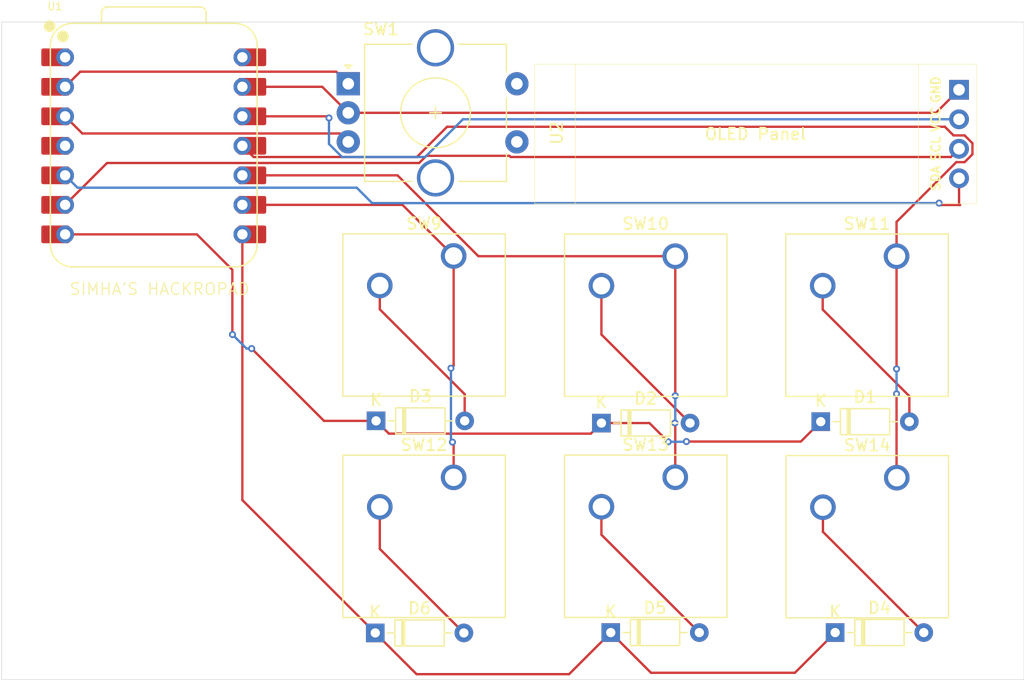
<source format=kicad_pcb>
(kicad_pcb (version 20241229) (generator "pcbnew") (generator_version "9.0")
  (layers (0 "F.Cu" signal) (2 "B.Cu" signal) (13 "F.Paste" user) (15 "B.Paste" user) (5 "F.SilkS" user "F.Silkscreen") (7 "B.SilkS" user "B.Silkscreen") (1 "F.Mask" user) (3 "B.Mask" user) (25 "Edge.Cuts" user))
  (net 0 "")
  (net 1 "ROW1")
  (net 2 "Net-(D1-A)")
  (net 3 "Net-(D2-A)")
  (net 4 "Net-(D3-A)")
  (net 5 "Net-(D4-A)")
  (net 6 "ROW2")
  (net 7 "Net-(D5-A)")
  (net 8 "Net-(D6-A)")
  (net 9 "GND")
  (net 10 "Net-(U1-GPIO28{slash}ADC2{slash}A2)")
  (net 11 "Net-(U1-GPIO27{slash}ADC1{slash}A1)")
  (net 13 "COL1")
  (net 14 "COL2")
  (net 15 "COL3")
  (net 16 "Net-(U1-GPIO6{slash}SDA)")
  (net 17 "+5V")
  (net 19 "Net-(U1-GPIO7{slash}SCL)")
  (net 20 "Net-(U1-3V3)")
  (footprint "Button_Switch_Keyboard:SW_Cherry_MX_1.00u_PCB" (layer "F.Cu") (at 209.93 87.44)
    (property "Reference" "SW11" (at -2.54 -2.794 0) (layer "F.SilkS"))
    (property "Value" "SW_Push_45deg")
    (fp_line (start -9.525 -1.905) (end 4.445 -1.905) (stroke (width 0.12)) (layer "F.SilkS"))
    (fp_line (start -9.525 12.065) (end -9.525 -1.905) (stroke (width 0.12)) (layer "F.SilkS"))
    (fp_line (start 4.445 -1.905) (end 4.445 12.065) (stroke (width 0.12)) (layer "F.SilkS"))
    (fp_line (start 4.445 12.065) (end -9.525 12.065) (stroke (width 0.12)) (layer "F.SilkS"))
    (pad "" np_thru_hole circle (at -7.62 5.08) (size 1.7 1.7) (drill 1.7) (layers "*.Cu" "*.Mask"))
    (pad "" np_thru_hole circle (at -2.54 5.08) (size 4 4) (drill 4) (layers "*.Cu" "*.Mask"))
    (pad "" np_thru_hole circle (at 2.54 5.08) (size 1.7 1.7) (drill 1.7) (layers "*.Cu" "*.Mask"))
    (pad "1" thru_hole circle (at 0 0) (size 2.2 2.2) (drill 1.5) (layers "*.Cu" "*.Mask") (net 15 "COL3"))
    (pad "2" thru_hole circle (at -6.35 2.54) (size 2.2 2.2) (drill 1.5) (layers "*.Cu" "*.Mask") (net 2 "Net-(D1-A)"))
  )
  (footprint "Diode_THT:D_DO-35_SOD27_P7.62mm_Horizontal" (layer "F.Cu") (at 165.17 101.61)
    (property "Reference" "D3" (at 3.81 -2.12 0) (layer "F.SilkS"))
    (property "Value" "1N4148")
    (fp_line (start 1.04 0) (end 1.69 0) (stroke (width 0.12)) (layer "F.SilkS"))
    (fp_line (start 1.69 -1.12) (end 1.69 1.12) (stroke (width 0.12)) (layer "F.SilkS"))
    (fp_line (start 1.69 1.12) (end 5.93 1.12) (stroke (width 0.12)) (layer "F.SilkS"))
    (fp_line (start 2.29 -1.12) (end 2.29 1.12) (stroke (width 0.12)) (layer "F.SilkS"))
    (fp_line (start 2.41 -1.12) (end 2.41 1.12) (stroke (width 0.12)) (layer "F.SilkS"))
    (fp_line (start 2.53 -1.12) (end 2.53 1.12) (stroke (width 0.12)) (layer "F.SilkS"))
    (fp_line (start 5.93 -1.12) (end 1.69 -1.12) (stroke (width 0.12)) (layer "F.SilkS"))
    (fp_line (start 5.93 1.12) (end 5.93 -1.12) (stroke (width 0.12)) (layer "F.SilkS"))
    (fp_line (start 6.58 0) (end 5.93 0) (stroke (width 0.12)) (layer "F.SilkS"))
    (fp_text user "K" (at 0 -1.8 0) (layer "F.SilkS"))
    (pad "1" thru_hole rect (at 0 0) (size 1.6 1.6) (drill 0.8) (layers "*.Cu" "*.Mask") (net 1 "ROW1"))
    (pad "2" thru_hole oval (at 7.62 0) (size 1.6 1.6) (drill 0.8) (layers "*.Cu" "*.Mask") (net 4 "Net-(D3-A)"))
  )
  (footprint "Diode_THT:D_DO-35_SOD27_P7.62mm_Horizontal" (layer "F.Cu") (at 165.1 119.86)
    (property "Reference" "D6" (at 3.81 -2.12 0) (layer "F.SilkS"))
    (property "Value" "1N4148")
    (fp_line (start 1.04 0) (end 1.69 0) (stroke (width 0.12)) (layer "F.SilkS"))
    (fp_line (start 1.69 -1.12) (end 1.69 1.12) (stroke (width 0.12)) (layer "F.SilkS"))
    (fp_line (start 1.69 1.12) (end 5.93 1.12) (stroke (width 0.12)) (layer "F.SilkS"))
    (fp_line (start 2.29 -1.12) (end 2.29 1.12) (stroke (width 0.12)) (layer "F.SilkS"))
    (fp_line (start 2.41 -1.12) (end 2.41 1.12) (stroke (width 0.12)) (layer "F.SilkS"))
    (fp_line (start 2.53 -1.12) (end 2.53 1.12) (stroke (width 0.12)) (layer "F.SilkS"))
    (fp_line (start 5.93 -1.12) (end 1.69 -1.12) (stroke (width 0.12)) (layer "F.SilkS"))
    (fp_line (start 5.93 1.12) (end 5.93 -1.12) (stroke (width 0.12)) (layer "F.SilkS"))
    (fp_line (start 6.58 0) (end 5.93 0) (stroke (width 0.12)) (layer "F.SilkS"))
    (fp_text user "K" (at 0 -1.8 0) (layer "F.SilkS"))
    (pad "1" thru_hole rect (at 0 0) (size 1.6 1.6) (drill 0.8) (layers "*.Cu" "*.Mask") (net 6 "ROW2"))
    (pad "2" thru_hole oval (at 7.62 0) (size 1.6 1.6) (drill 0.8) (layers "*.Cu" "*.Mask") (net 8 "Net-(D6-A)"))
  )
  (footprint "Diode_THT:D_DO-35_SOD27_P7.62mm_Horizontal" (layer "F.Cu") (at 184.55 101.8)
    (property "Reference" "D2" (at 3.81 -2.12 0) (layer "F.SilkS"))
    (property "Value" "1N4148")
    (fp_line (start 1.04 0) (end 1.69 0) (stroke (width 0.12)) (layer "F.SilkS"))
    (fp_line (start 1.69 -1.12) (end 1.69 1.12) (stroke (width 0.12)) (layer "F.SilkS"))
    (fp_line (start 1.69 1.12) (end 5.93 1.12) (stroke (width 0.12)) (layer "F.SilkS"))
    (fp_line (start 2.29 -1.12) (end 2.29 1.12) (stroke (width 0.12)) (layer "F.SilkS"))
    (fp_line (start 2.41 -1.12) (end 2.41 1.12) (stroke (width 0.12)) (layer "F.SilkS"))
    (fp_line (start 2.53 -1.12) (end 2.53 1.12) (stroke (width 0.12)) (layer "F.SilkS"))
    (fp_line (start 5.93 -1.12) (end 1.69 -1.12) (stroke (width 0.12)) (layer "F.SilkS"))
    (fp_line (start 5.93 1.12) (end 5.93 -1.12) (stroke (width 0.12)) (layer "F.SilkS"))
    (fp_line (start 6.58 0) (end 5.93 0) (stroke (width 0.12)) (layer "F.SilkS"))
    (fp_text user "K" (at 0 -1.8 0) (layer "F.SilkS"))
    (pad "1" thru_hole rect (at 0 0) (size 1.6 1.6) (drill 0.8) (layers "*.Cu" "*.Mask") (net 1 "ROW1"))
    (pad "2" thru_hole oval (at 7.62 0) (size 1.6 1.6) (drill 0.8) (layers "*.Cu" "*.Mask") (net 3 "Net-(D2-A)"))
  )
  (footprint "Seeed Studio XIAO Series Library:XIAO-RP2040-DIP" (layer "F.Cu") (at 146.05 77.94)
    (property "Reference" "U1" (at -8.5 -12 0) (layer "F.SilkS") (effects (font (size 0.635 0.635) (thickness 0.1016))))
    (property "Value" "XIAO-RP2040-DIP")
    (fp_line (start -8.89 8.509) (end -8.89 -8.636) (stroke (width 0.127)) (layer "F.SilkS"))
    (fp_line (start -6.985 10.414) (end 6.985 10.414) (stroke (width 0.127)) (layer "F.SilkS"))
    (fp_line (start -4.495 -10.541) (end -4.491272 -11.451272) (stroke (width 0.127)) (layer "F.SilkS"))
    (fp_line (start -3.991272 -11.951) (end 4.004 -11.951) (stroke (width 0.127)) (layer "F.SilkS"))
    (fp_line (start 4.504 -11.451) (end 4.504 -10.541) (stroke (width 0.127)) (layer "F.SilkS"))
    (fp_line (start 6.985 -10.541) (end -6.985 -10.541) (stroke (width 0.1)) (layer "F.SilkS"))
    (fp_line (start 6.985 -10.541) (end -6.985 -10.541) (stroke (width 0.127)) (layer "F.SilkS"))
    (fp_line (start 8.89 8.509) (end 8.89 -8.636) (stroke (width 0.127)) (layer "F.SilkS"))
    (fp_arc (start -8.89 -8.636) (mid -8.332038 -9.983038) (end -6.985 -10.541) (stroke (width 0.127)) (layer "F.SilkS"))
    (fp_arc (start -6.985 10.414) (mid -8.332038 9.856038) (end -8.89 8.509) (stroke (width 0.127)) (layer "F.SilkS"))
    (fp_arc (start -4.491272 -11.451272) (mid -4.344728 -11.80464) (end -3.991272 -11.951) (stroke (width 0.127)) (layer "F.SilkS"))
    (fp_arc (start 4.004 -11.951) (mid 4.357553 -11.804553) (end 4.504 -11.451) (stroke (width 0.127)) (layer "F.SilkS"))
    (fp_arc (start 6.985 -10.541) (mid 8.332038 -9.983038) (end 8.89 -8.636) (stroke (width 0.127)) (layer "F.SilkS"))
    (fp_arc (start 8.89 8.509) (mid 8.332038 9.856038) (end 6.985 10.414) (stroke (width 0.127)) (layer "F.SilkS"))
    (fp_circle (center -8.95 -10.3) (end -8.95 -10.554) (stroke (width 0.5)) (fill yes) (layer "F.SilkS"))
    (fp_circle (center -7.807 -9.42) (end -7.807 -9.674) (stroke (width 0.5)) (fill yes) (layer "F.SilkS"))
    (pad "1" smd roundrect (at -8.455 -7.62 180) (size 2.432 1.524) (layers "F.Cu" "F.Mask") (roundrect_rratio 0.1))
    (pad "1" thru_hole circle (at -7.62 -7.62 180) (size 1.524 1.524) (drill 0.889) (layers "*.Cu" "*.Mask"))
    (pad "2" smd roundrect (at -8.455 -5.08 180) (size 2.432 1.524) (layers "F.Cu" "F.Mask") (roundrect_rratio 0.1) (net 11 "Net-(U1-GPIO27{slash}ADC1{slash}A1)"))
    (pad "2" thru_hole circle (at -7.62 -5.08 180) (size 1.524 1.524) (drill 0.889) (layers "*.Cu" "*.Mask") (net 11 "Net-(U1-GPIO27{slash}ADC1{slash}A1)"))
    (pad "3" smd roundrect (at -8.455 -2.54 180) (size 2.432 1.524) (layers "F.Cu" "F.Mask") (roundrect_rratio 0.1) (net 10 "Net-(U1-GPIO28{slash}ADC2{slash}A2)"))
    (pad "3" thru_hole circle (at -7.62 -2.54 180) (size 1.524 1.524) (drill 0.889) (layers "*.Cu" "*.Mask") (net 10 "Net-(U1-GPIO28{slash}ADC2{slash}A2)"))
    (pad "4" smd roundrect (at -8.455 0 180) (size 2.432 1.524) (layers "F.Cu" "F.Mask") (roundrect_rratio 0.1))
    (pad "4" thru_hole circle (at -7.62 0 180) (size 1.524 1.524) (drill 0.889) (layers "*.Cu" "*.Mask"))
    (pad "5" smd roundrect (at -8.455 2.54 180) (size 2.432 1.524) (layers "F.Cu" "F.Mask") (roundrect_rratio 0.1) (net 16 "Net-(U1-GPIO6{slash}SDA)"))
    (pad "5" thru_hole circle (at -7.62 2.54 180) (size 1.524 1.524) (drill 0.889) (layers "*.Cu" "*.Mask") (net 16 "Net-(U1-GPIO6{slash}SDA)"))
    (pad "6" smd roundrect (at -8.455 5.08 180) (size 2.432 1.524) (layers "F.Cu" "F.Mask") (roundrect_rratio 0.1) (net 19 "Net-(U1-GPIO7{slash}SCL)"))
    (pad "6" thru_hole circle (at -7.62 5.08 180) (size 1.524 1.524) (drill 0.889) (layers "*.Cu" "*.Mask") (net 19 "Net-(U1-GPIO7{slash}SCL)"))
    (pad "7" smd roundrect (at -8.455 7.62 180) (size 2.432 1.524) (layers "F.Cu" "F.Mask") (roundrect_rratio 0.1) (net 1 "ROW1"))
    (pad "7" thru_hole circle (at -7.62 7.62 180) (size 1.524 1.524) (drill 0.889) (layers "*.Cu" "*.Mask") (net 1 "ROW1"))
    (pad "8" thru_hole circle (at 7.62 7.62) (size 1.524 1.524) (drill 0.889) (layers "*.Cu" "*.Mask") (net 6 "ROW2"))
    (pad "8" smd roundrect (at 8.455 7.62) (size 2.432 1.524) (layers "F.Cu" "F.Mask") (roundrect_rratio 0.1) (net 6 "ROW2"))
    (pad "9" thru_hole circle (at 7.62 5.08) (size 1.524 1.524) (drill 0.889) (layers "*.Cu" "*.Mask") (net 13 "COL1"))
    (pad "9" smd roundrect (at 8.455 5.08) (size 2.432 1.524) (layers "F.Cu" "F.Mask") (roundrect_rratio 0.1) (net 13 "COL1"))
    (pad "10" thru_hole circle (at 7.62 2.54) (size 1.524 1.524) (drill 0.889) (layers "*.Cu" "*.Mask") (net 14 "COL2"))
    (pad "10" smd roundrect (at 8.455 2.54) (size 2.432 1.524) (layers "F.Cu" "F.Mask") (roundrect_rratio 0.1) (net 14 "COL2"))
    (pad "11" thru_hole circle (at 7.62 0) (size 1.524 1.524) (drill 0.889) (layers "*.Cu" "*.Mask") (net 15 "COL3"))
    (pad "11" smd roundrect (at 8.455 0) (size 2.432 1.524) (layers "F.Cu" "F.Mask") (roundrect_rratio 0.1) (net 15 "COL3"))
    (pad "12" thru_hole circle (at 7.62 -2.54) (size 1.524 1.524) (drill 0.889) (layers "*.Cu" "*.Mask") (net 20 "Net-(U1-3V3)"))
    (pad "12" smd roundrect (at 8.455 -2.54) (size 2.432 1.524) (layers "F.Cu" "F.Mask") (roundrect_rratio 0.1) (net 20 "Net-(U1-3V3)"))
    (pad "13" thru_hole circle (at 7.62 -5.08) (size 1.524 1.524) (drill 0.889) (layers "*.Cu" "*.Mask") (net 9 "GND"))
    (pad "13" smd roundrect (at 8.455 -5.08) (size 2.432 1.524) (layers "F.Cu" "F.Mask") (roundrect_rratio 0.1) (net 9 "GND"))
    (pad "14" thru_hole circle (at 7.62 -7.62) (size 1.524 1.524) (drill 0.889) (layers "*.Cu" "*.Mask") (net 17 "+5V"))
    (pad "14" smd roundrect (at 8.455 -7.62) (size 2.432 1.524) (layers "F.Cu" "F.Mask") (roundrect_rratio 0.1) (net 17 "+5V"))
  )
  (footprint "Button_Switch_Keyboard:SW_Cherry_MX_1.00u_PCB" (layer "F.Cu") (at 190.9 106.46)
    (property "Reference" "SW13" (at -2.54 -2.794 0) (layer "F.SilkS"))
    (property "Value" "SW_Push_45deg")
    (fp_line (start -9.525 -1.905) (end 4.445 -1.905) (stroke (width 0.12)) (layer "F.SilkS"))
    (fp_line (start -9.525 12.065) (end -9.525 -1.905) (stroke (width 0.12)) (layer "F.SilkS"))
    (fp_line (start 4.445 -1.905) (end 4.445 12.065) (stroke (width 0.12)) (layer "F.SilkS"))
    (fp_line (start 4.445 12.065) (end -9.525 12.065) (stroke (width 0.12)) (layer "F.SilkS"))
    (pad "" np_thru_hole circle (at -7.62 5.08) (size 1.7 1.7) (drill 1.7) (layers "*.Cu" "*.Mask"))
    (pad "" np_thru_hole circle (at -2.54 5.08) (size 4 4) (drill 4) (layers "*.Cu" "*.Mask"))
    (pad "" np_thru_hole circle (at 2.54 5.08) (size 1.7 1.7) (drill 1.7) (layers "*.Cu" "*.Mask"))
    (pad "1" thru_hole circle (at 0 0) (size 2.2 2.2) (drill 1.5) (layers "*.Cu" "*.Mask") (net 14 "COL2"))
    (pad "2" thru_hole circle (at -6.35 2.54) (size 2.2 2.2) (drill 1.5) (layers "*.Cu" "*.Mask") (net 7 "Net-(D5-A)"))
  )
  (footprint "Button_Switch_Keyboard:SW_Cherry_MX_1.00u_PCB" (layer "F.Cu") (at 171.84 106.47)
    (property "Reference" "SW12" (at -2.54 -2.794 0) (layer "F.SilkS"))
    (property "Value" "SW_Push_45deg")
    (fp_line (start -9.525 -1.905) (end 4.445 -1.905) (stroke (width 0.12)) (layer "F.SilkS"))
    (fp_line (start -9.525 12.065) (end -9.525 -1.905) (stroke (width 0.12)) (layer "F.SilkS"))
    (fp_line (start 4.445 -1.905) (end 4.445 12.065) (stroke (width 0.12)) (layer "F.SilkS"))
    (fp_line (start 4.445 12.065) (end -9.525 12.065) (stroke (width 0.12)) (layer "F.SilkS"))
    (pad "" np_thru_hole circle (at -7.62 5.08) (size 1.7 1.7) (drill 1.7) (layers "*.Cu" "*.Mask"))
    (pad "" np_thru_hole circle (at -2.54 5.08) (size 4 4) (drill 4) (layers "*.Cu" "*.Mask"))
    (pad "" np_thru_hole circle (at 2.54 5.08) (size 1.7 1.7) (drill 1.7) (layers "*.Cu" "*.Mask"))
    (pad "1" thru_hole circle (at 0 0) (size 2.2 2.2) (drill 1.5) (layers "*.Cu" "*.Mask") (net 13 "COL1"))
    (pad "2" thru_hole circle (at -6.35 2.54) (size 2.2 2.2) (drill 1.5) (layers "*.Cu" "*.Mask") (net 8 "Net-(D6-A)"))
  )
  (footprint "Button_Switch_Keyboard:SW_Cherry_MX_1.00u_PCB" (layer "F.Cu") (at 209.95 106.5)
    (property "Reference" "SW14" (at -2.54 -2.794 0) (layer "F.SilkS"))
    (property "Value" "SW_Push_45deg")
    (fp_line (start -9.525 -1.905) (end 4.445 -1.905) (stroke (width 0.12)) (layer "F.SilkS"))
    (fp_line (start -9.525 12.065) (end -9.525 -1.905) (stroke (width 0.12)) (layer "F.SilkS"))
    (fp_line (start 4.445 -1.905) (end 4.445 12.065) (stroke (width 0.12)) (layer "F.SilkS"))
    (fp_line (start 4.445 12.065) (end -9.525 12.065) (stroke (width 0.12)) (layer "F.SilkS"))
    (pad "" np_thru_hole circle (at -7.62 5.08) (size 1.7 1.7) (drill 1.7) (layers "*.Cu" "*.Mask"))
    (pad "" np_thru_hole circle (at -2.54 5.08) (size 4 4) (drill 4) (layers "*.Cu" "*.Mask"))
    (pad "" np_thru_hole circle (at 2.54 5.08) (size 1.7 1.7) (drill 1.7) (layers "*.Cu" "*.Mask"))
    (pad "1" thru_hole circle (at 0 0) (size 2.2 2.2) (drill 1.5) (layers "*.Cu" "*.Mask") (net 15 "COL3"))
    (pad "2" thru_hole circle (at -6.35 2.54) (size 2.2 2.2) (drill 1.5) (layers "*.Cu" "*.Mask") (net 5 "Net-(D4-A)"))
  )
  (footprint "KiCad-SSD1306-0.91-OLED-4pin-128x32:SSD1306-0.91-OLED-4pin-128x32" (layer "F.Cu") (at 178.805 70.925)
    (property "Reference" "U2" (at 1.9 5.91 90) (layer "F.SilkS"))
    (property "Value" "~")
    (fp_line (start 0 0) (end 0 12) (stroke (width 0.04)) (layer "F.SilkS"))
    (fp_line (start 0 12) (end 38 12) (stroke (width 0.04)) (layer "F.SilkS"))
    (fp_line (start 3.5 0) (end 3.5 12) (stroke (width 0.04)) (layer "F.SilkS"))
    (fp_line (start 33 0) (end 33 12) (stroke (width 0.04)) (layer "F.SilkS"))
    (fp_line (start 38 0) (end 0 0) (stroke (width 0.04)) (layer "F.SilkS"))
    (fp_line (start 38 12) (end 38 0) (stroke (width 0.04)) (layer "F.SilkS"))
    (fp_text user "VCC" (at 34.5 4.73 270) (layer "F.SilkS") (effects (font (size 0.75 0.75))))
    (fp_text user "SCL" (at 34.5 7.27 270) (layer "F.SilkS") (effects (font (size 0.75 0.75))))
    (fp_text user "GND" (at 34.5 2.19 270) (layer "F.SilkS") (effects (font (size 0.75 0.75))))
    (fp_text user "OLED Panel" (at 19 6 0) (layer "F.SilkS"))
    (fp_text user "SDA" (at 34.5 9.81 270) (layer "F.SilkS") (effects (font (size 0.75 0.75))))
    (pad "1" thru_hole rect (at 36.5 2.19) (size 1.7 1.7) (drill 1) (layers "*.Cu" "*.Mask") (net 9 "GND"))
    (pad "2" thru_hole oval (at 36.5 4.73) (size 1.7 1.7) (drill 1) (layers "*.Cu" "*.Mask") (net 20 "Net-(U1-3V3)"))
    (pad "3" thru_hole oval (at 36.5 7.27) (size 1.7 1.7) (drill 1) (layers "*.Cu" "*.Mask") (net 19 "Net-(U1-GPIO7{slash}SCL)"))
    (pad "4" thru_hole oval (at 36.5 9.81) (size 1.7 1.7) (drill 1) (layers "*.Cu" "*.Mask") (net 16 "Net-(U1-GPIO6{slash}SDA)"))
  )
  (footprint "Diode_THT:D_DO-35_SOD27_P7.62mm_Horizontal" (layer "F.Cu") (at 204.65 119.83)
    (property "Reference" "D4" (at 3.81 -2.12 0) (layer "F.SilkS"))
    (property "Value" "1N4148")
    (fp_line (start 1.04 0) (end 1.69 0) (stroke (width 0.12)) (layer "F.SilkS"))
    (fp_line (start 1.69 -1.12) (end 1.69 1.12) (stroke (width 0.12)) (layer "F.SilkS"))
    (fp_line (start 1.69 1.12) (end 5.93 1.12) (stroke (width 0.12)) (layer "F.SilkS"))
    (fp_line (start 2.29 -1.12) (end 2.29 1.12) (stroke (width 0.12)) (layer "F.SilkS"))
    (fp_line (start 2.41 -1.12) (end 2.41 1.12) (stroke (width 0.12)) (layer "F.SilkS"))
    (fp_line (start 2.53 -1.12) (end 2.53 1.12) (stroke (width 0.12)) (layer "F.SilkS"))
    (fp_line (start 5.93 -1.12) (end 1.69 -1.12) (stroke (width 0.12)) (layer "F.SilkS"))
    (fp_line (start 5.93 1.12) (end 5.93 -1.12) (stroke (width 0.12)) (layer "F.SilkS"))
    (fp_line (start 6.58 0) (end 5.93 0) (stroke (width 0.12)) (layer "F.SilkS"))
    (fp_text user "K" (at 0 -1.8 0) (layer "F.SilkS"))
    (pad "1" thru_hole rect (at 0 0) (size 1.6 1.6) (drill 0.8) (layers "*.Cu" "*.Mask") (net 6 "ROW2"))
    (pad "2" thru_hole oval (at 7.62 0) (size 1.6 1.6) (drill 0.8) (layers "*.Cu" "*.Mask") (net 5 "Net-(D4-A)"))
  )
  (footprint "Rotary_Encoder:RotaryEncoder_Alps_EC11E-Switch_Vertical_H20mm_CircularMountingHoles" (layer "F.Cu") (at 162.78 72.6)
    (property "Reference" "SW1" (at 2.8 -4.7 0) (layer "F.SilkS"))
    (property "Value" "RotaryEncoder")
    (fp_line (start -0.3 -1.6) (end 0.3 -1.6) (stroke (width 0.12)) (layer "F.SilkS"))
    (fp_line (start 0 -1.3) (end -0.3 -1.6) (stroke (width 0.12)) (layer "F.SilkS"))
    (fp_line (start 0.3 -1.6) (end 0 -1.3) (stroke (width 0.12)) (layer "F.SilkS"))
    (fp_line (start 1.4 -3.4) (end 1.4 8.4) (stroke (width 0.12)) (layer "F.SilkS"))
    (fp_line (start 5.5 -3.4) (end 1.4 -3.4) (stroke (width 0.12)) (layer "F.SilkS"))
    (fp_line (start 5.5 8.4) (end 1.4 8.4) (stroke (width 0.12)) (layer "F.SilkS"))
    (fp_line (start 7 2.5) (end 8 2.5) (stroke (width 0.12)) (layer "F.SilkS"))
    (fp_line (start 7.5 2) (end 7.5 3) (stroke (width 0.12)) (layer "F.SilkS"))
    (fp_line (start 9.5 -3.4) (end 13.6 -3.4) (stroke (width 0.12)) (layer "F.SilkS"))
    (fp_line (start 13.6 -3.4) (end 13.6 -1) (stroke (width 0.12)) (layer "F.SilkS"))
    (fp_line (start 13.6 1.2) (end 13.6 3.8) (stroke (width 0.12)) (layer "F.SilkS"))
    (fp_line (start 13.6 6) (end 13.6 8.4) (stroke (width 0.12)) (layer "F.SilkS"))
    (fp_line (start 13.6 8.4) (end 9.5 8.4) (stroke (width 0.12)) (layer "F.SilkS"))
    (fp_circle (center 7.5 2.5) (end 10.5 2.5) (stroke (width 0.12)) (fill no) (layer "F.SilkS"))
    (pad "A" thru_hole rect (at 0 0) (size 2 2) (drill 1) (layers "*.Cu" "*.Mask") (net 11 "Net-(U1-GPIO27{slash}ADC1{slash}A1)"))
    (pad "B" thru_hole circle (at 0 5) (size 2 2) (drill 1) (layers "*.Cu" "*.Mask") (net 10 "Net-(U1-GPIO28{slash}ADC2{slash}A2)"))
    (pad "C" thru_hole circle (at 0 2.5) (size 2 2) (drill 1) (layers "*.Cu" "*.Mask") (net 9 "GND"))
    (pad "MP" thru_hole circle (at 7.5 -3.1) (size 3.2 3.2) (drill 2.6) (layers "*.Cu" "*.Mask"))
    (pad "MP" thru_hole circle (at 7.5 8.1) (size 3.2 3.2) (drill 2.6) (layers "*.Cu" "*.Mask"))
    (pad "S1" thru_hole circle (at 14.5 5) (size 2 2) (drill 1) (layers "*.Cu" "*.Mask"))
    (pad "S2" thru_hole circle (at 14.5 0) (size 2 2) (drill 1) (layers "*.Cu" "*.Mask"))
  )
  (footprint "Diode_THT:D_DO-35_SOD27_P7.62mm_Horizontal" (layer "F.Cu") (at 185.35 119.83)
    (property "Reference" "D5" (at 3.81 -2.12 0) (layer "F.SilkS"))
    (property "Value" "1N4148")
    (fp_line (start 1.04 0) (end 1.69 0) (stroke (width 0.12)) (layer "F.SilkS"))
    (fp_line (start 1.69 -1.12) (end 1.69 1.12) (stroke (width 0.12)) (layer "F.SilkS"))
    (fp_line (start 1.69 1.12) (end 5.93 1.12) (stroke (width 0.12)) (layer "F.SilkS"))
    (fp_line (start 2.29 -1.12) (end 2.29 1.12) (stroke (width 0.12)) (layer "F.SilkS"))
    (fp_line (start 2.41 -1.12) (end 2.41 1.12) (stroke (width 0.12)) (layer "F.SilkS"))
    (fp_line (start 2.53 -1.12) (end 2.53 1.12) (stroke (width 0.12)) (layer "F.SilkS"))
    (fp_line (start 5.93 -1.12) (end 1.69 -1.12) (stroke (width 0.12)) (layer "F.SilkS"))
    (fp_line (start 5.93 1.12) (end 5.93 -1.12) (stroke (width 0.12)) (layer "F.SilkS"))
    (fp_line (start 6.58 0) (end 5.93 0) (stroke (width 0.12)) (layer "F.SilkS"))
    (fp_text user "K" (at 0 -1.8 0) (layer "F.SilkS"))
    (pad "1" thru_hole rect (at 0 0) (size 1.6 1.6) (drill 0.8) (layers "*.Cu" "*.Mask") (net 6 "ROW2"))
    (pad "2" thru_hole oval (at 7.62 0) (size 1.6 1.6) (drill 0.8) (layers "*.Cu" "*.Mask") (net 7 "Net-(D5-A)"))
  )
  (footprint "Button_Switch_Keyboard:SW_Cherry_MX_1.00u_PCB" (layer "F.Cu") (at 190.9 87.44)
    (property "Reference" "SW10" (at -2.54 -2.794 0) (layer "F.SilkS"))
    (property "Value" "SW_Push_45deg")
    (fp_line (start -9.525 -1.905) (end 4.445 -1.905) (stroke (width 0.12)) (layer "F.SilkS"))
    (fp_line (start -9.525 12.065) (end -9.525 -1.905) (stroke (width 0.12)) (layer "F.SilkS"))
    (fp_line (start 4.445 -1.905) (end 4.445 12.065) (stroke (width 0.12)) (layer "F.SilkS"))
    (fp_line (start 4.445 12.065) (end -9.525 12.065) (stroke (width 0.12)) (layer "F.SilkS"))
    (pad "" np_thru_hole circle (at -7.62 5.08) (size 1.7 1.7) (drill 1.7) (layers "*.Cu" "*.Mask"))
    (pad "" np_thru_hole circle (at -2.54 5.08) (size 4 4) (drill 4) (layers "*.Cu" "*.Mask"))
    (pad "" np_thru_hole circle (at 2.54 5.08) (size 1.7 1.7) (drill 1.7) (layers "*.Cu" "*.Mask"))
    (pad "1" thru_hole circle (at 0 0) (size 2.2 2.2) (drill 1.5) (layers "*.Cu" "*.Mask") (net 14 "COL2"))
    (pad "2" thru_hole circle (at -6.35 2.54) (size 2.2 2.2) (drill 1.5) (layers "*.Cu" "*.Mask") (net 3 "Net-(D2-A)"))
  )
  (footprint "Diode_THT:D_DO-35_SOD27_P7.62mm_Horizontal" (layer "F.Cu") (at 203.41 101.68)
    (property "Reference" "D1" (at 3.81 -2.12 0) (layer "F.SilkS"))
    (property "Value" "1N4148")
    (fp_line (start 1.04 0) (end 1.69 0) (stroke (width 0.12)) (layer "F.SilkS"))
    (fp_line (start 1.69 -1.12) (end 1.69 1.12) (stroke (width 0.12)) (layer "F.SilkS"))
    (fp_line (start 1.69 1.12) (end 5.93 1.12) (stroke (width 0.12)) (layer "F.SilkS"))
    (fp_line (start 2.29 -1.12) (end 2.29 1.12) (stroke (width 0.12)) (layer "F.SilkS"))
    (fp_line (start 2.41 -1.12) (end 2.41 1.12) (stroke (width 0.12)) (layer "F.SilkS"))
    (fp_line (start 2.53 -1.12) (end 2.53 1.12) (stroke (width 0.12)) (layer "F.SilkS"))
    (fp_line (start 5.93 -1.12) (end 1.69 -1.12) (stroke (width 0.12)) (layer "F.SilkS"))
    (fp_line (start 5.93 1.12) (end 5.93 -1.12) (stroke (width 0.12)) (layer "F.SilkS"))
    (fp_line (start 6.58 0) (end 5.93 0) (stroke (width 0.12)) (layer "F.SilkS"))
    (fp_text user "K" (at 0 -1.8 0) (layer "F.SilkS"))
    (pad "1" thru_hole rect (at 0 0) (size 1.6 1.6) (drill 0.8) (layers "*.Cu" "*.Mask") (net 1 "ROW1"))
    (pad "2" thru_hole oval (at 7.62 0) (size 1.6 1.6) (drill 0.8) (layers "*.Cu" "*.Mask") (net 2 "Net-(D1-A)"))
  )
  (footprint "Button_Switch_Keyboard:SW_Cherry_MX_1.00u_PCB" (layer "F.Cu") (at 171.84 87.42)
    (property "Reference" "SW9" (at -2.54 -2.794 0) (layer "F.SilkS"))
    (property "Value" "SW_Push_45deg")
    (fp_line (start -9.525 -1.905) (end 4.445 -1.905) (stroke (width 0.12)) (layer "F.SilkS"))
    (fp_line (start -9.525 12.065) (end -9.525 -1.905) (stroke (width 0.12)) (layer "F.SilkS"))
    (fp_line (start 4.445 -1.905) (end 4.445 12.065) (stroke (width 0.12)) (layer "F.SilkS"))
    (fp_line (start 4.445 12.065) (end -9.525 12.065) (stroke (width 0.12)) (layer "F.SilkS"))
    (pad "" np_thru_hole circle (at -7.62 5.08) (size 1.7 1.7) (drill 1.7) (layers "*.Cu" "*.Mask"))
    (pad "" np_thru_hole circle (at -2.54 5.08) (size 4 4) (drill 4) (layers "*.Cu" "*.Mask"))
    (pad "" np_thru_hole circle (at 2.54 5.08) (size 1.7 1.7) (drill 1.7) (layers "*.Cu" "*.Mask"))
    (pad "1" thru_hole circle (at 0 0) (size 2.2 2.2) (drill 1.5) (layers "*.Cu" "*.Mask") (net 13 "COL1"))
    (pad "2" thru_hole circle (at -6.35 2.54) (size 2.2 2.2) (drill 1.5) (layers "*.Cu" "*.Mask") (net 4 "Net-(D3-A)"))
  )
  (gr_rect (start 132.97 67.29) (end 220.89 123.89) (stroke (width 0.05)) (fill no) (layer "Edge.Cuts"))
  (gr_text "SIMHA'S HACKROPAD" (at 138.75 90.85 0) (layer "F.SilkS") (effects (font (size 1 1) (thickness 0.1)) (justify left bottom)))
  (segment (start 165.17 101.61) (end 166.271 102.711) (width 0.2) (layer "F.Cu") (net 1))
  (segment (start 183.639 102.711) (end 184.55 101.8) (width 0.2) (layer "F.Cu") (net 1))
  (segment (start 160.69 101.61) (end 165.17 101.61) (width 0.2) (layer "F.Cu") (net 1))
  (segment (start 191.86 103.39) (end 201.7 103.39) (width 0.2) (layer "F.Cu") (net 1))
  (segment (start 188.68 101.8) (end 190.29 103.41) (width 0.2) (layer "F.Cu") (net 1))
  (segment (start 149.759626 85.56) (end 152.81 88.610374) (width 0.2) (layer "F.Cu") (net 1))
  (segment (start 201.7 103.39) (end 203.41 101.68) (width 0.2) (layer "F.Cu") (net 1))
  (segment (start 184.55 101.8) (end 188.68 101.8) (width 0.2) (layer "F.Cu") (net 1))
  (segment (start 166.271 102.711) (end 183.639 102.711) (width 0.2) (layer "F.Cu") (net 1))
  (segment (start 152.81 88.610374) (end 152.81 94.19) (width 0.2) (layer "F.Cu") (net 1))
  (segment (start 154.47 95.39) (end 160.69 101.61) (width 0.2) (layer "F.Cu") (net 1))
  (segment (start 138.43 85.56) (end 149.759626 85.56) (width 0.2) (layer "F.Cu") (net 1))
  (segment (start 152.81 94.19) (end 152.82 94.18) (width 0.2) (layer "F.Cu") (net 1))
  (via (at 190.29 103.41) (size 0.6) (drill 0.3) (layers "F.Cu" "B.Cu") (net 1))
  (via (at 191.86 103.39) (size 0.6) (drill 0.3) (layers "F.Cu" "B.Cu") (net 1))
  (via (at 152.82 94.18) (size 0.6) (drill 0.3) (layers "F.Cu" "B.Cu") (net 1))
  (via (at 154.47 95.39) (size 0.6) (drill 0.3) (layers "F.Cu" "B.Cu") (net 1))
  (segment (start 152.82 94.18) (end 154.03 95.39) (width 0.2) (layer "B.Cu") (net 1))
  (segment (start 191.84 103.41) (end 191.86 103.39) (width 0.2) (layer "B.Cu") (net 1))
  (segment (start 190.29 103.41) (end 191.84 103.41) (width 0.2) (layer "B.Cu") (net 1))
  (segment (start 154.03 95.39) (end 154.47 95.39) (width 0.2) (layer "B.Cu") (net 1))
  (segment (start 203.58 92.034816) (end 211.03 99.484816) (width 0.2) (layer "F.Cu") (net 2))
  (segment (start 211.03 99.484816) (end 211.03 101.68) (width 0.2) (layer "F.Cu") (net 2))
  (segment (start 203.58 89.98) (end 203.58 92.034816) (width 0.2) (layer "F.Cu") (net 2))
  (segment (start 184.55 94.18) (end 192.17 101.8) (width 0.2) (layer "F.Cu") (net 3))
  (segment (start 184.55 89.98) (end 184.55 94.18) (width 0.2) (layer "F.Cu") (net 3))
  (segment (start 172.79 99.314816) (end 172.79 101.61) (width 0.2) (layer "F.Cu") (net 4))
  (segment (start 165.49 89.96) (end 165.49 92.014816) (width 0.2) (layer "F.Cu") (net 4))
  (segment (start 165.49 92.014816) (end 172.79 99.314816) (width 0.2) (layer "F.Cu") (net 4))
  (segment (start 203.6 109.04) (end 203.6 111.16) (width 0.2) (layer "F.Cu") (net 5))
  (segment (start 203.6 111.16) (end 212.27 119.83) (width 0.2) (layer "F.Cu") (net 5))
  (segment (start 188.81 123.29) (end 201.19 123.29) (width 0.2) (layer "F.Cu") (net 6))
  (segment (start 201.19 123.29) (end 204.65 119.83) (width 0.2) (layer "F.Cu") (net 6))
  (segment (start 168.65 123.41) (end 181.77 123.41) (width 0.2) (layer "F.Cu") (net 6))
  (segment (start 153.67 108.43) (end 153.67 85.56) (width 0.2) (layer "F.Cu") (net 6))
  (segment (start 181.77 123.41) (end 185.35 119.83) (width 0.2) (layer "F.Cu") (net 6))
  (segment (start 165.1 119.86) (end 153.67 108.43) (width 0.2) (layer "F.Cu") (net 6))
  (segment (start 185.35 119.83) (end 188.81 123.29) (width 0.2) (layer "F.Cu") (net 6))
  (segment (start 165.1 119.86) (end 168.65 123.41) (width 0.2) (layer "F.Cu") (net 6))
  (segment (start 184.55 109) (end 184.55 111.41) (width 0.2) (layer "F.Cu") (net 7))
  (segment (start 184.55 111.41) (end 192.97 119.83) (width 0.2) (layer "F.Cu") (net 7))
  (segment (start 165.49 112.63) (end 165.49 109.01) (width 0.2) (layer "F.Cu") (net 8))
  (segment (start 172.72 119.86) (end 165.49 112.63) (width 0.2) (layer "F.Cu") (net 8))
  (segment (start 162.78 75.1) (end 213.32 75.1) (width 0.2) (layer "F.Cu") (net 9))
  (segment (start 213.32 75.1) (end 215.305 73.115) (width 0.2) (layer "F.Cu") (net 9))
  (segment (start 160.54 72.86) (end 162.78 75.1) (width 0.2) (layer "F.Cu") (net 9))
  (segment (start 154.505 72.86) (end 160.54 72.86) (width 0.2) (layer "F.Cu") (net 9))
  (segment (start 139.907 76.877) (end 162.057 76.877) (width 0.2) (layer "F.Cu") (net 10))
  (segment (start 162.057 76.877) (end 162.78 77.6) (width 0.2) (layer "F.Cu") (net 10))
  (segment (start 138.43 75.4) (end 139.907 76.877) (width 0.2) (layer "F.Cu") (net 10))
  (segment (start 139.73 71.56) (end 161.74 71.56) (width 0.2) (layer "F.Cu") (net 11))
  (segment (start 161.74 71.56) (end 162.78 72.6) (width 0.2) (layer "F.Cu") (net 11))
  (segment (start 138.43 72.86) (end 139.73 71.56) (width 0.2) (layer "F.Cu") (net 11))
  (segment (start 171.84 106.47) (end 171.84 103.54) (width 0.2) (layer "F.Cu") (net 13))
  (segment (start 153.67 83.02) (end 167.44 83.02) (width 0.2) (layer "F.Cu") (net 13))
  (segment (start 171.84 103.54) (end 171.74 103.44) (width 0.2) (layer "F.Cu") (net 13))
  (segment (start 171.84 87.42) (end 171.84 96.85) (width 0.2) (layer "F.Cu") (net 13))
  (segment (start 167.44 83.02) (end 171.84 87.42) (width 0.2) (layer "F.Cu") (net 13))
  (segment (start 171.84 96.85) (end 171.61 97.08) (width 0.2) (layer "F.Cu") (net 13))
  (via (at 171.74 103.44) (size 0.6) (drill 0.3) (layers "F.Cu" "B.Cu") (net 13))
  (via (at 171.61 97.08) (size 0.6) (drill 0.3) (layers "F.Cu" "B.Cu") (net 13))
  (segment (start 171.61 103.31) (end 171.61 97.08) (width 0.2) (layer "B.Cu") (net 13))
  (segment (start 171.74 103.44) (end 171.61 103.31) (width 0.2) (layer "B.Cu") (net 13))
  (segment (start 190.9 87.44) (end 190.9 99.45) (width 0.2) (layer "F.Cu") (net 14))
  (segment (start 167.01 80.48) (end 173.97 87.44) (width 0.2) (layer "F.Cu") (net 14))
  (segment (start 190.9 101.819726) (end 190.9 106.46) (width 0.2) (layer "F.Cu") (net 14))
  (segment (start 173.97 87.44) (end 190.9 87.44) (width 0.2) (layer "F.Cu") (net 14))
  (segment (start 190.870038 101.789764) (end 190.9 101.819726) (width 0.2) (layer "F.Cu") (net 14))
  (segment (start 153.67 80.48) (end 167.01 80.48) (width 0.2) (layer "F.Cu") (net 14))
  (via (at 190.870038 101.789764) (size 0.6) (drill 0.3) (layers "F.Cu" "B.Cu") (net 14))
  (via (at 190.9 99.45) (size 0.6) (drill 0.3) (layers "F.Cu" "B.Cu") (net 14))
  (segment (start 190.9 101.819726) (end 190.870038 101.789764) (width 0.2) (layer "B.Cu") (net 14))
  (segment (start 190.9 99.45) (end 190.9 101.819726) (width 0.2) (layer "B.Cu") (net 14))
  (segment (start 209.93 106.48) (end 209.95 106.5) (width 0.2) (layer "F.Cu") (net 15))
  (segment (start 215.06624 79.346) (end 209.93 84.48224) (width 0.2) (layer "F.Cu") (net 15))
  (segment (start 216.456 77.71824) (end 216.456 78.67176) (width 0.2) (layer "F.Cu") (net 15))
  (segment (start 209.93 87.44) (end 209.93 97.14) (width 0.2) (layer "F.Cu") (net 15))
  (segment (start 168.679 78.901) (end 171.281 76.299) (width 0.2) (layer "F.Cu") (net 15))
  (segment (start 154.631 78.901) (end 168.679 78.901) (width 0.2) (layer "F.Cu") (net 15))
  (segment (start 153.67 77.94) (end 154.631 78.901) (width 0.2) (layer "F.Cu") (net 15))
  (segment (start 209.93 84.48224) (end 209.93 87.44) (width 0.2) (layer "F.Cu") (net 15))
  (segment (start 209.93 99.29) (end 209.93 106.48) (width 0.2) (layer "F.Cu") (net 15))
  (segment (start 171.281 76.299) (end 214.08324 76.299) (width 0.2) (layer "F.Cu") (net 15))
  (segment (start 215.78176 79.346) (end 215.06624 79.346) (width 0.2) (layer "F.Cu") (net 15))
  (segment (start 214.08324 76.299) (end 214.82824 77.044) (width 0.2) (layer "F.Cu") (net 15))
  (segment (start 216.456 78.67176) (end 215.78176 79.346) (width 0.2) (layer "F.Cu") (net 15))
  (segment (start 215.78176 77.044) (end 216.456 77.71824) (width 0.2) (layer "F.Cu") (net 15))
  (segment (start 214.82824 77.044) (end 215.78176 77.044) (width 0.2) (layer "F.Cu") (net 15))
  (via (at 209.93 97.14) (size 0.6) (drill 0.3) (layers "F.Cu" "B.Cu") (net 15))
  (via (at 209.93 99.29) (size 0.6) (drill 0.3) (layers "F.Cu" "B.Cu") (net 15))
  (segment (start 209.92 99.3) (end 209.93 99.29) (width 0.2) (layer "B.Cu") (net 15))
  (segment (start 209.93 97.14) (end 209.93 99.29) (width 0.2) (layer "B.Cu") (net 15))
  (segment (start 215.305 82.945) (end 215.39 83.03) (width 0.2) (layer "F.Cu") (net 16))
  (segment (start 213.75 83.03) (end 213.59 82.87) (width 0.2) (layer "F.Cu") (net 16))
  (segment (start 215.39 83.03) (end 213.75 83.03) (width 0.2) (layer "F.Cu") (net 16))
  (segment (start 215.305 80.735) (end 215.305 82.945) (width 0.2) (layer "F.Cu") (net 16))
  (via (at 213.59 82.87) (size 0.6) (drill 0.3) (layers "F.Cu" "B.Cu") (net 16))
  (segment (start 163.503 81.543) (end 139.493 81.543) (width 0.2) (layer "B.Cu") (net 16))
  (segment (start 164.83 82.87) (end 163.503 81.543) (width 0.2) (layer "B.Cu") (net 16))
  (segment (start 139.493 81.543) (end 138.43 80.48) (width 0.2) (layer "B.Cu") (net 16))
  (segment (start 213.59 82.87) (end 164.83 82.87) (width 0.2) (layer "B.Cu") (net 16))
  (segment (start 138.43 83.02) (end 142.033 79.417) (width 0.2) (layer "F.Cu") (net 19))
  (segment (start 169.49258 78.799) (end 176.639108 78.799) (width 0.2) (layer "F.Cu") (net 19))
  (segment (start 176.639108 78.799) (end 176.741108 78.901) (width 0.2) (layer "F.Cu") (net 19))
  (segment (start 168.87458 79.417) (end 169.49258 78.799) (width 0.2) (layer "F.Cu") (net 19))
  (segment (start 214.599 78.901) (end 215.305 78.195) (width 0.2) (layer "F.Cu") (net 19))
  (segment (start 142.033 79.417) (end 168.87458 79.417) (width 0.2) (layer "F.Cu") (net 19))
  (segment (start 176.741108 78.901) (end 214.599 78.901) (width 0.2) (layer "F.Cu") (net 19))
  (segment (start 160.98 75.4) (end 161.12 75.54) (width 0.2) (layer "F.Cu") (net 20))
  (segment (start 153.67 75.4) (end 160.98 75.4) (width 0.2) (layer "F.Cu") (net 20))
  (via (at 161.12 75.54) (size 0.6) (drill 0.3) (layers "F.Cu" "B.Cu") (net 20))
  (segment (start 162.241108 78.901) (end 169.39058 78.901) (width 0.2) (layer "B.Cu") (net 20))
  (segment (start 169.39058 78.901) (end 172.63658 75.655) (width 0.2) (layer "B.Cu") (net 20))
  (segment (start 161.12 77.779892) (end 162.241108 78.901) (width 0.2) (layer "B.Cu") (net 20))
  (segment (start 161.12 75.54) (end 161.12 77.779892) (width 0.2) (layer "B.Cu") (net 20))
  (segment (start 172.63658 75.655) (end 215.305 75.655) (width 0.2) (layer "B.Cu") (net 20))
)
</source>
